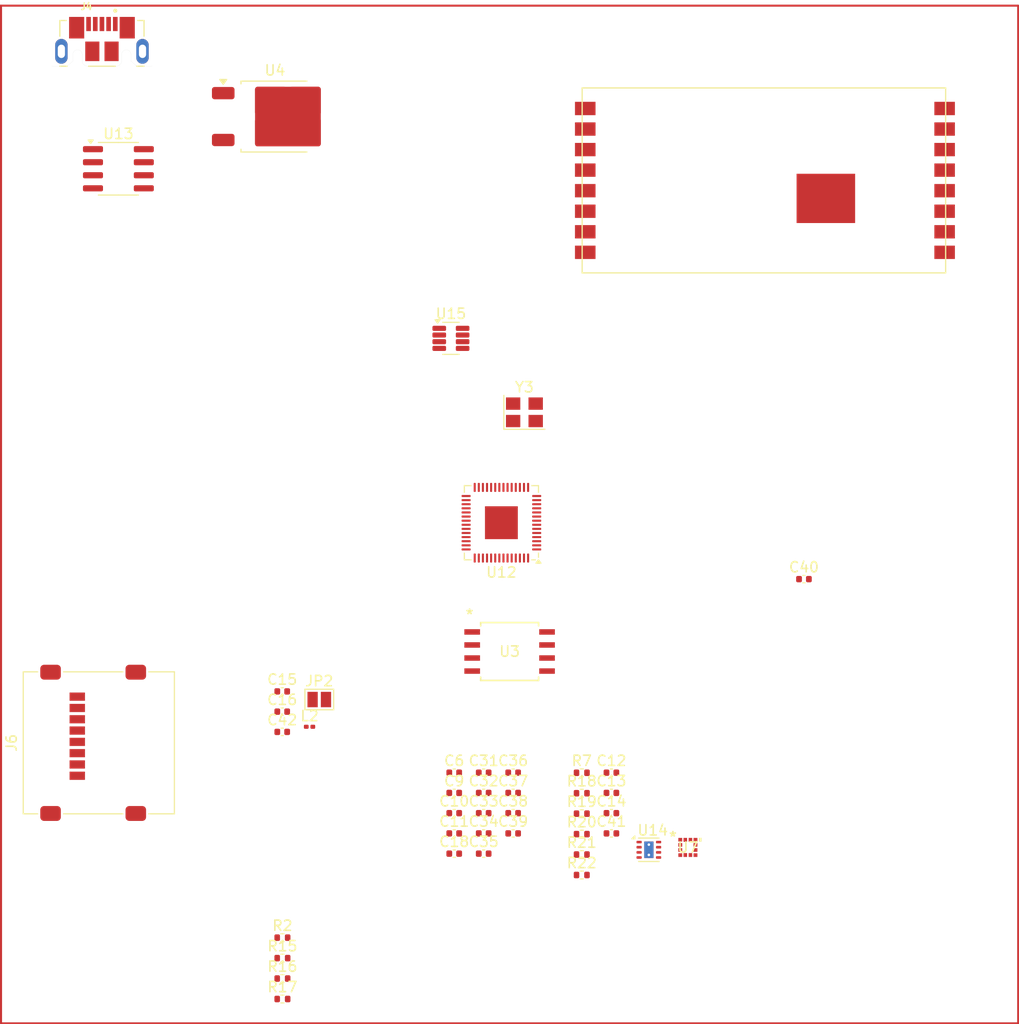
<source format=kicad_pcb>
(kicad_pcb (version 20241229) (generator "pcbnew") (generator_version "9.0")
  (layers (0 "F.Cu" signal) (2 "B.Cu" signal) (13 "F.Paste" user) (15 "B.Paste" user) (5 "F.SilkS" user "F.Silkscreen") (7 "B.SilkS" user "B.Silkscreen") (1 "F.Mask" user) (3 "B.Mask" user) (25 "Edge.Cuts" user))
  (net 0 "")
  (net 1 "Power Monitor Input")
  (net 2 "GND")
  (net 3 "/RP2040 MCU/Crystal In")
  (net 4 "Net-(C10-Pad1)")
  (net 5 "+1V1")
  (net 6 "Net-(U7-C1)")
  (net 7 "Net-(J5-In)")
  (net 8 "Net-(JP2-B)")
  (net 9 "+5V")
  (net 10 "/Power/USB_DM")
  (net 11 "/Power/USB_DP")
  (net 12 "MicroSD CMD")
  (net 13 "MicroSD Clock")
  (net 14 "MicroSD DAT2")
  (net 15 "MicroSD DAT3")
  (net 16 "MicroSD DAT0")
  (net 17 "MicroSD DAT1")
  (net 18 "WDO")
  (net 19 "Power Monitor SDA")
  (net 20 "/RP2040 MCU/Crystal Out")
  (net 21 "/RP2040 MCU/USB_DP")
  (net 22 "Net-(U12-USB_DP)")
  (net 23 "/RP2040 MCU/USB_DM")
  (net 24 "Net-(U12-USB_DM)")
  (net 25 "Power Monitor SCL")
  (net 26 "Temp Alert")
  (net 27 "Net-(U14-A0)")
  (net 28 "/RP2040 MCU/QSPI_SCLK")
  (net 29 "/RP2040 MCU/QSPI_SD0")
  (net 30 "/RP2040 MCU/QSPI_SD1")
  (net 31 "/RP2040 MCU/QSPI_SD2")
  (net 32 "/RP2040 MCU/QSPI_SD3")
  (net 33 "/RP2040 MCU/QSPI_SS")
  (net 35 "IMU SDA{slash}SDI{slash}SCO")
  (net 37 "IMU SCL{slash}SPC")
  (net 41 "SET2")
  (net 42 "SET1")
  (net 43 "RF Reset")
  (net 44 "RF MISO")
  (net 46 "RF DIO4")
  (net 52 "RF SCK")
  (net 53 "SET0")
  (net 54 "RF NSS")
  (net 56 "WDI")
  (net 57 "RF MOSI")
  (footprint "Capacitor_SMD:C_0402_1005Metric" (layer "F.Cu") (at 116.285 108.79)
    (property "Reference" "C42" (at 0 -1.16 0) (layer "F.SilkS"))
    (property "Value" "100n")
    (fp_line (start -0.107836 -0.36) (end 0.107836 -0.36) (stroke (width 0.12)) (layer "F.SilkS"))
    (fp_line (start -0.107836 0.36) (end 0.107836 0.36) (stroke (width 0.12)) (layer "F.SilkS"))
    (pad "1" smd roundrect (at -0.48 0) (size 0.56 0.62) (layers "F.Cu" "F.Mask" "F.Paste") (net 2 "GND"))
    (pad "2" smd roundrect (at 0.48 0) (size 0.56 0.62) (layers "F.Cu" "F.Mask" "F.Paste") (net 9 "+5V"))
  )
  (footprint "Resistor_SMD:R_0402_1005Metric" (layer "F.Cu") (at 116.305 134.79)
    (property "Reference" "R17" (at 0 -1.17 0) (layer "F.SilkS"))
    (property "Value" "27")
    (fp_line (start -0.153641 -0.38) (end 0.153641 -0.38) (stroke (width 0.12)) (layer "F.SilkS"))
    (fp_line (start -0.153641 0.38) (end 0.153641 0.38) (stroke (width 0.12)) (layer "F.SilkS"))
    (pad "1" smd roundrect (at -0.51 0) (size 0.54 0.64) (layers "F.Cu" "F.Mask" "F.Paste") (net 23 "/RP2040 MCU/USB_DM"))
    (pad "2" smd roundrect (at 0.51 0) (size 0.54 0.64) (layers "F.Cu" "F.Mask" "F.Paste") (net 24 "Net-(U12-USB_DM)"))
  )
  (footprint "Resistor_SMD:R_0402_1005Metric" (layer "F.Cu") (at 145.455 122.72)
    (property "Reference" "R22" (at 0 -1.17 0) (layer "F.SilkS"))
    (property "Value" "5k")
    (fp_line (start -0.153641 -0.38) (end 0.153641 -0.38) (stroke (width 0.12)) (layer "F.SilkS"))
    (fp_line (start -0.153641 0.38) (end 0.153641 0.38) (stroke (width 0.12)) (layer "F.SilkS"))
    (pad "1" smd roundrect (at -0.51 0) (size 0.54 0.64) (layers "F.Cu" "F.Mask" "F.Paste") (net 27 "Net-(U14-A0)"))
    (pad "2" smd roundrect (at 0.51 0) (size 0.54 0.64) (layers "F.Cu" "F.Mask" "F.Paste") (net 2 "GND"))
  )
  (footprint "Capacitor_SMD:C_0402_1005Metric" (layer "F.Cu") (at 148.345 116.7)
    (property "Reference" "C14" (at 0 -1.16 0) (layer "F.SilkS"))
    (property "Value" "100nF")
    (fp_line (start -0.107836 -0.36) (end 0.107836 -0.36) (stroke (width 0.12)) (layer "F.SilkS"))
    (fp_line (start -0.107836 0.36) (end 0.107836 0.36) (stroke (width 0.12)) (layer "F.SilkS"))
    (pad "1" smd roundrect (at -0.48 0) (size 0.56 0.62) (layers "F.Cu" "F.Mask" "F.Paste") (net 1 "Power Monitor Input"))
    (pad "2" smd roundrect (at 0.48 0) (size 0.56 0.62) (layers "F.Cu" "F.Mask" "F.Paste") (net 2 "GND"))
  )
  (footprint "Crystal:Crystal_SMD_3225-4Pin_3.2x2.5mm" (layer "F.Cu") (at 139.87 77.685)
    (property "Reference" "Y3" (at 0 -2.45 0) (layer "F.SilkS"))
    (property "Value" "ABM8-272-T3")
    (fp_line (start -2 -1.65) (end -2 1.65) (stroke (width 0.12)) (layer "F.SilkS"))
    (fp_line (start -2 1.65) (end 2 1.65) (stroke (width 0.12)) (layer "F.SilkS"))
    (pad "1" smd rect (at -1.1 0.85) (size 1.4 1.2) (layers "F.Cu" "F.Mask" "F.Paste") (net 3 "/RP2040 MCU/Crystal In"))
    (pad "2" smd rect (at 1.1 0.85) (size 1.4 1.2) (layers "F.Cu" "F.Mask" "F.Paste") (net 2 "GND"))
    (pad "3" smd rect (at 1.1 -0.85) (size 1.4 1.2) (layers "F.Cu" "F.Mask" "F.Paste") (net 4 "Net-(C10-Pad1)"))
    (pad "4" smd rect (at -1.1 -0.85) (size 1.4 1.2) (layers "F.Cu" "F.Mask" "F.Paste") (net 2 "GND"))
  )
  (footprint "Capacitor_SMD:C_0402_1005Metric" (layer "F.Cu") (at 148.345 114.73)
    (property "Reference" "C13" (at 0 -1.16 0) (layer "F.SilkS"))
    (property "Value" "220nF")
    (fp_line (start -0.107836 -0.36) (end 0.107836 -0.36) (stroke (width 0.12)) (layer "F.SilkS"))
    (fp_line (start -0.107836 0.36) (end 0.107836 0.36) (stroke (width 0.12)) (layer "F.SilkS"))
    (pad "1" smd roundrect (at -0.48 0) (size 0.56 0.62) (layers "F.Cu" "F.Mask" "F.Paste") (net 6 "Net-(U7-C1)"))
    (pad "2" smd roundrect (at 0.48 0) (size 0.56 0.62) (layers "F.Cu" "F.Mask" "F.Paste") (net 2 "GND"))
  )
  (footprint "Capacitor_SMD:C_0402_1005Metric" (layer "F.Cu") (at 135.905 120.64)
    (property "Reference" "C35" (at 0 -1.16 0) (layer "F.SilkS"))
    (property "Value" "100n")
    (fp_line (start -0.107836 -0.36) (end 0.107836 -0.36) (stroke (width 0.12)) (layer "F.SilkS"))
    (fp_line (start -0.107836 0.36) (end 0.107836 0.36) (stroke (width 0.12)) (layer "F.SilkS"))
    (pad "1" smd roundrect (at -0.48 0) (size 0.56 0.62) (layers "F.Cu" "F.Mask" "F.Paste") (net 1 "Power Monitor Input"))
    (pad "2" smd roundrect (at 0.48 0) (size 0.56 0.62) (layers "F.Cu" "F.Mask" "F.Paste") (net 2 "GND"))
  )
  (footprint "Resistor_SMD:R_0402_1005Metric" (layer "F.Cu") (at 145.455 118.74)
    (property "Reference" "R20" (at 0 -1.17 0) (layer "F.SilkS"))
    (property "Value" "5k")
    (fp_line (start -0.153641 -0.38) (end 0.153641 -0.38) (stroke (width 0.12)) (layer "F.SilkS"))
    (fp_line (start -0.153641 0.38) (end 0.153641 0.38) (stroke (width 0.12)) (layer "F.SilkS"))
    (pad "1" smd roundrect (at -0.51 0) (size 0.54 0.64) (layers "F.Cu" "F.Mask" "F.Paste") (net 26 "Temp Alert"))
    (pad "2" smd roundrect (at 0.51 0) (size 0.54 0.64) (layers "F.Cu" "F.Mask" "F.Paste") (net 1 "Power Monitor Input"))
  )
  (footprint "Capacitor_SMD:C_0402_1005Metric" (layer "F.Cu") (at 116.285 106.82)
    (property "Reference" "C16" (at 0 -1.16 0) (layer "F.SilkS"))
    (property "Value" "DNP")
    (fp_line (start -0.107836 -0.36) (end 0.107836 -0.36) (stroke (width 0.12)) (layer "F.SilkS"))
    (fp_line (start -0.107836 0.36) (end 0.107836 0.36) (stroke (width 0.12)) (layer "F.SilkS"))
    (pad "1" smd roundrect (at -0.48 0) (size 0.56 0.62) (layers "F.Cu" "F.Mask" "F.Paste") (net 8 "Net-(JP2-B)"))
    (pad "2" smd roundrect (at 0.48 0) (size 0.56 0.62) (layers "F.Cu" "F.Mask" "F.Paste") (net 2 "GND"))
  )
  (footprint "1my_footprints:microUSB" (layer "F.Cu") (at 98.7275 43.995)
    (property "Reference" "J4" (at -1.508428 -5.808067 0) (layer "F.SilkS") (effects (font (size 0.640183 0.640183))))
    (property "Value" "USB_B_Micro")
    (fp_line (start -4.1 -4.45) (end -3.48 -4.45) (stroke (width 0.127)) (layer "F.SilkS"))
    (fp_line (start -4.1 -2.92) (end -4.1 -4.45) (stroke (width 0.127)) (layer "F.SilkS"))
    (fp_line (start -4.1 0) (end -3.4 0) (stroke (width 0.127)) (layer "F.SilkS"))
    (fp_line (start -1.3 0) (end 1.3 0) (stroke (width 0.127)) (layer "F.SilkS"))
    (fp_line (start 3.4 0) (end 4.1 0) (stroke (width 0.127)) (layer "F.SilkS"))
    (fp_line (start 4.1 -4.45) (end 3.48 -4.45) (stroke (width 0.127)) (layer "F.SilkS"))
    (fp_line (start 4.1 -2.92) (end 4.1 -4.45) (stroke (width 0.127)) (layer "F.SilkS"))
    (fp_circle (center 1.3 -5.4) (end 1.4 -5.4) (stroke (width 0.2)) (fill no) (layer "F.SilkS"))
    (fp_line (start -4.9 0) (end -3.4 0) (stroke (width 0.01)) (layer "Edge.Cuts"))
    (fp_line (start -3.4 0) (end -2.825 -0.5) (stroke (width 0.01)) (layer "Edge.Cuts"))
    (fp_line (start -2.825 -1.15) (end -2.825 -0.5) (stroke (width 0.01)) (layer "Edge.Cuts"))
    (fp_line (start -1.925 -1.15) (end -1.925 -0.5) (stroke (width 0.01)) (layer "Edge.Cuts"))
    (fp_line (start 0.00053 0.004943) (end -1.29947 0.004943) (stroke (width 0.01)) (layer "Edge.Cuts"))
    (fp_line (start 0.00053 0.004943) (end 1.3 0) (stroke (width 0.01)) (layer "Edge.Cuts"))
    (fp_line (start 1.925 -1.15) (end 1.925 -0.5) (stroke (width 0.01)) (layer "Edge.Cuts"))
    (fp_line (start 2.825 -1.15) (end 2.825 -0.5) (stroke (width 0.01)) (layer "Edge.Cuts"))
    (fp_line (start 3.4 0) (end 2.825 -0.5) (stroke (width 0.01)) (layer "Edge.Cuts"))
    (fp_line (start 4.9 0) (end 3.4 0) (stroke (width 0.01)) (layer "Edge.Cuts"))
    (fp_arc (start -2.825 -1.15) (mid -2.375 -1.6) (end -1.925 -1.15) (stroke (width 0.01)) (layer "Edge.Cuts"))
    (fp_arc (start -1.29947 0.004943) (mid -1.716881 -0.117891) (end -1.924999 -0.5) (stroke (width 0.01)) (layer "Edge.Cuts"))
    (fp_arc (start 1.925 -1.15) (mid 2.375 -1.6) (end 2.825 -1.15) (stroke (width 0.01)) (layer "Edge.Cuts"))
    (fp_arc (start 1.925529 -0.504943) (mid 1.717412 -0.122833) (end 1.3 0) (stroke (width 0.01)) (layer "Edge.Cuts"))
    (pad "1" smd rect (at 1.3 -4.11 90) (size 1.38 0.45) (layers "F.Cu" "F.Mask" "F.Paste") (net 9 "+5V"))
    (pad "2" smd rect (at 0.65 -4.11 90) (size 1.38 0.45) (layers "F.Cu" "F.Mask" "F.Paste") (net 10 "/Power/USB_DM"))
    (pad "3" smd rect (at 0 -4.11 90) (size 1.38 0.45) (layers "F.Cu" "F.Mask" "F.Paste") (net 11 "/Power/USB_DP"))
    (pad "4" smd rect (at -0.65 -4.11 90) (size 1.38 0.45) (layers "F.Cu" "F.Mask" "F.Paste") (net 2 "GND"))
    (pad "5" smd rect (at -1.3 -4.11 90) (size 1.38 0.45) (layers "F.Cu" "F.Mask" "F.Paste") (net 2 "GND"))
    (pad "SH1" thru_hole oval (at -3.95 -1.45) (size 1.208 2.416) (drill oval 0.7 1.3) (layers "*.Cu" "*.Mask"))
    (pad "SH2" smd rect (at -2.4625 -3.75 90) (size 2.1 1.475) (layers "F.Cu" "F.Mask" "F.Paste"))
    (pad "SH3" smd rect (at -0.9375 -1.45 90) (size 1.9 1.375) (layers "F.Cu" "F.Mask" "F.Paste"))
    (pad "SH4" smd rect (at 0.9375 -1.45 90) (size 1.9 1.375) (layers "F.Cu" "F.Mask" "F.Paste"))
    (pad "SH5" smd rect (at 2.4625 -3.75 90) (size 2.1 1.475) (layers "F.Cu" "F.Mask" "F.Paste"))
    (pad "SH6" thru_hole oval (at 3.95 -1.45) (size 1.208 2.416) (drill oval 0.7 1.3) (layers "*.Cu" "*.Mask"))
  )
  (footprint "Capacitor_SMD:C_0402_1005Metric" (layer "F.Cu") (at 138.775 112.76)
    (property "Reference" "C36" (at 0 -1.16 0) (layer "F.SilkS"))
    (property "Value" "100n")
    (fp_line (start -0.107836 -0.36) (end 0.107836 -0.36) (stroke (width 0.12)) (layer "F.SilkS"))
    (fp_line (start -0.107836 0.36) (end 0.107836 0.36) (stroke (width 0.12)) (layer "F.SilkS"))
    (pad "1" smd roundrect (at -0.48 0) (size 0.56 0.62) (layers "F.Cu" "F.Mask" "F.Paste") (net 1 "Power Monitor Input"))
    (pad "2" smd roundrect (at 0.48 0) (size 0.56 0.62) (layers "F.Cu" "F.Mask" "F.Paste") (net 2 "GND"))
  )
  (footprint "Resistor_SMD:R_0402_1005Metric" (layer "F.Cu") (at 145.455 120.73)
    (property "Reference" "R21" (at 0 -1.17 0) (layer "F.SilkS"))
    (property "Value" "5k")
    (fp_line (start -0.153641 -0.38) (end 0.153641 -0.38) (stroke (width 0.12)) (layer "F.SilkS"))
    (fp_line (start -0.153641 0.38) (end 0.153641 0.38) (stroke (width 0.12)) (layer "F.SilkS"))
    (pad "1" smd roundrect (at -0.51 0) (size 0.54 0.64) (layers "F.Cu" "F.Mask" "F.Paste") (net 26 "Temp Alert"))
    (pad "2" smd roundrect (at 0.51 0) (size 0.54 0.64) (layers "F.Cu" "F.Mask" "F.Paste") (net 1 "Power Monitor Input"))
  )
  (footprint "Capacitor_SMD:C_0402_1005Metric" (layer "F.Cu") (at 167.095 93.92)
    (property "Reference" "C40" (at 0 -1.16 0) (layer "F.SilkS"))
    (property "Value" "10n")
    (fp_line (start -0.107836 -0.36) (end 0.107836 -0.36) (stroke (width 0.12)) (layer "F.SilkS"))
    (fp_line (start -0.107836 0.36) (end 0.107836 0.36) (stroke (width 0.12)) (layer "F.SilkS"))
    (pad "1" smd roundrect (at -0.48 0) (size 0.56 0.62) (layers "F.Cu" "F.Mask" "F.Paste") (net 9 "+5V"))
    (pad "2" smd roundrect (at 0.48 0) (size 0.56 0.62) (layers "F.Cu" "F.Mask" "F.Paste") (net 2 "GND"))
  )
  (footprint "Package_SO:SOIC-8_3.9x4.9mm_P1.27mm" (layer "F.Cu") (at 100.33 53.975)
    (property "Reference" "U13" (at 0 -3.4 0) (layer "F.SilkS"))
    (property "Value" "INA219AxD")
    (fp_line (start 0 -2.56) (end -1.95 -2.56) (stroke (width 0.12)) (layer "F.SilkS"))
    (fp_line (start 0 -2.56) (end 1.95 -2.56) (stroke (width 0.12)) (layer "F.SilkS"))
    (fp_line (start 0 2.56) (end -1.95 2.56) (stroke (width 0.12)) (layer "F.SilkS"))
    (fp_line (start 0 2.56) (end 1.95 2.56) (stroke (width 0.12)) (layer "F.SilkS"))
    (fp_poly (pts (xy -2.7 -2.465) (xy -2.94 -2.795) (xy -2.46 -2.795) (xy -2.7 -2.465)) (stroke (width 0.12)) (fill yes) (layer "F.SilkS"))
    (pad "1" smd roundrect (at -2.475 -1.905) (size 1.95 0.6) (layers "F.Cu" "F.Mask" "F.Paste") (net 25 "Power Monitor SCL"))
    (pad "2" smd roundrect (at -2.475 -0.635) (size 1.95 0.6) (layers "F.Cu" "F.Mask" "F.Paste") (net 19 "Power Monitor SDA"))
    (pad "3" smd roundrect (at -2.475 0.635) (size 1.95 0.6) (layers "F.Cu" "F.Mask" "F.Paste") (net 19 "Power Monitor SDA"))
    (pad "4" smd roundrect (at -2.475 1.905) (size 1.95 0.6) (layers "F.Cu" "F.Mask" "F.Paste") (net 25 "Power Monitor SCL"))
    (pad "5" smd roundrect (at 2.475 1.905) (size 1.95 0.6) (layers "F.Cu" "F.Mask" "F.Paste") (net 1 "Power Monitor Input"))
    (pad "6" smd roundrect (at 2.475 0.635) (size 1.95 0.6) (layers "F.Cu" "F.Mask" "F.Paste") (net 2 "GND"))
    (pad "7" smd roundrect (at 2.475 -0.635) (size 1.95 0.6) (layers "F.Cu" "F.Mask" "F.Paste") (net 2 "GND"))
    (pad "8" smd roundrect (at 2.475 -1.905) (size 1.95 0.6) (layers "F.Cu" "F.Mask" "F.Paste") (net 1 "Power Monitor Input"))
  )
  (footprint "Capacitor_SMD:C_0402_1005Metric" (layer "F.Cu") (at 148.345 118.67)
    (property "Reference" "C41" (at 0 -1.16 0) (layer "F.SilkS"))
    (property "Value" "0.01uF")
    (fp_line (start -0.107836 -0.36) (end 0.107836 -0.36) (stroke (width 0.12)) (layer "F.SilkS"))
    (fp_line (start -0.107836 0.36) (end 0.107836 0.36) (stroke (width 0.12)) (layer "F.SilkS"))
    (pad "1" smd roundrect (at -0.48 0) (size 0.56 0.62) (layers "F.Cu" "F.Mask" "F.Paste") (net 2 "GND"))
    (pad "2" smd roundrect (at 0.48 0) (size 0.56 0.62) (layers "F.Cu" "F.Mask" "F.Paste") (net 1 "Power Monitor Input"))
  )
  (footprint "Package_TO_SOT_SMD:SOT-23-8" (layer "F.Cu") (at 132.715 70.485)
    (property "Reference" "U15" (at 0 -2.4 0) (layer "F.SilkS"))
    (property "Value" "MAX6369")
    (fp_line (start 0 -1.56) (end -0.8 -1.56) (stroke (width 0.12)) (layer "F.SilkS"))
    (fp_line (start 0 -1.56) (end 0.8 -1.56) (stroke (width 0.12)) (layer "F.SilkS"))
    (fp_line (start 0 1.56) (end -0.8 1.56) (stroke (width 0.12)) (layer "F.SilkS"))
    (fp_line (start 0 1.56) (end 0.8 1.56) (stroke (width 0.12)) (layer "F.SilkS"))
    (fp_poly (pts (xy -1.3 -1.485) (xy -1.54 -1.815) (xy -1.06 -1.815) (xy -1.3 -1.485)) (stroke (width 0.12)) (fill yes) (layer "F.SilkS"))
    (pad "1" smd roundrect (at -1.1375 -0.975) (size 1.325 0.5) (layers "F.Cu" "F.Mask" "F.Paste") (net 56 "WDI"))
    (pad "2" smd roundrect (at -1.1375 -0.325) (size 1.325 0.5) (layers "F.Cu" "F.Mask" "F.Paste") (net 2 "GND"))
    (pad "3" smd roundrect (at -1.1375 0.325) (size 1.325 0.5) (layers "F.Cu" "F.Mask" "F.Paste"))
    (pad "4" smd roundrect (at -1.1375 0.975) (size 1.325 0.5) (layers "F.Cu" "F.Mask" "F.Paste") (net 53 "SET0"))
    (pad "5" smd roundrect (at 1.1375 0.975) (size 1.325 0.5) (layers "F.Cu" "F.Mask" "F.Paste") (net 42 "SET1"))
    (pad "6" smd roundrect (at 1.1375 0.325) (size 1.325 0.5) (layers "F.Cu" "F.Mask" "F.Paste") (net 41 "SET2"))
    (pad "7" smd roundrect (at 1.1375 -0.325) (size 1.325 0.5) (layers "F.Cu" "F.Mask" "F.Paste") (net 18 "WDO"))
    (pad "8" smd roundrect (at 1.1375 -0.975) (size 1.325 0.5) (layers "F.Cu" "F.Mask" "F.Paste") (net 1 "Power Monitor Input"))
  )
  (footprint "Capacitor_SMD:C_0402_1005Metric" (layer "F.Cu") (at 138.775 116.7)
    (property "Reference" "C38" (at 0 -1.16 0) (layer "F.SilkS"))
    (property "Value" "100n")
    (fp_line (start -0.107836 -0.36) (end 0.107836 -0.36) (stroke (width 0.12)) (layer "F.SilkS"))
    (fp_line (start -0.107836 0.36) (end 0.107836 0.36) (stroke (width 0.12)) (layer "F.SilkS"))
    (pad "1" smd roundrect (at -0.48 0) (size 0.56 0.62) (layers "F.Cu" "F.Mask" "F.Paste") (net 5 "+1V1"))
    (pad "2" smd roundrect (at 0.48 0) (size 0.56 0.62) (layers "F.Cu" "F.Mask" "F.Paste") (net 2 "GND"))
  )
  (footprint "Capacitor_SMD:C_0402_1005Metric" (layer "F.Cu") (at 133.035 114.73)
    (property "Reference" "C9" (at 0 -1.16 0) (layer "F.SilkS"))
    (property "Value" "15p")
    (fp_line (start -0.107836 -0.36) (end 0.107836 -0.36) (stroke (width 0.12)) (layer "F.SilkS"))
    (fp_line (start -0.107836 0.36) (end 0.107836 0.36) (stroke (width 0.12)) (layer "F.SilkS"))
    (pad "1" smd roundrect (at -0.48 0) (size 0.56 0.62) (layers "F.Cu" "F.Mask" "F.Paste") (net 3 "/RP2040 MCU/Crystal In"))
    (pad "2" smd roundrect (at 0.48 0) (size 0.56 0.62) (layers "F.Cu" "F.Mask" "F.Paste") (net 2 "GND"))
  )
  (footprint "Capacitor_SMD:C_0402_1005Metric" (layer "F.Cu") (at 138.775 118.67)
    (property "Reference" "C39" (at 0 -1.16 0) (layer "F.SilkS"))
    (property "Value" "1u")
    (fp_line (start -0.107836 -0.36) (end 0.107836 -0.36) (stroke (width 0.12)) (layer "F.SilkS"))
    (fp_line (start -0.107836 0.36) (end 0.107836 0.36) (stroke (width 0.12)) (layer "F.SilkS"))
    (pad "1" smd roundrect (at -0.48 0) (size 0.56 0.62) (layers "F.Cu" "F.Mask" "F.Paste") (net 1 "Power Monitor Input"))
    (pad "2" smd roundrect (at 0.48 0) (size 0.56 0.62) (layers "F.Cu" "F.Mask" "F.Paste") (net 2 "GND"))
  )
  (footprint "Package_SON:WSON-8-1EP_2x2mm_P0.5mm_EP0.9x1.6mm_ThermalVias" (layer "F.Cu") (at 151.99 120.265)
    (property "Reference" "U14" (at 0.38 -1.9 0) (layer "F.SilkS"))
    (property "Value" "TMP1075DSG")
    (fp_line (start -1.01 -1.14) (end 0.99 -1.14) (stroke (width 0.12)) (layer "F.SilkS"))
    (fp_line (start -1 1.14) (end 1 1.14) (stroke (width 0.12)) (layer "F.SilkS"))
    (fp_poly (pts (xy -1.37 -1.07) (xy -1.65 -1.07) (xy -1.37 -1.35) (xy -1.37 -1.07)) (stroke (width 0.12)) (fill yes) (layer "F.SilkS"))
    (pad "1" smd roundrect (at -0.95 -0.75) (size 0.5 0.25) (layers "F.Cu" "F.Mask" "F.Paste") (net 26 "Temp Alert"))
    (pad "2" smd roundrect (at -0.95 -0.25) (size 0.5 0.25) (layers "F.Cu" "F.Mask" "F.Paste") (net 26 "Temp Alert"))
    (pad "3" smd roundrect (at -0.95 0.25) (size 0.5 0.25) (layers "F.Cu" "F.Mask" "F.Paste") (net 26 "Temp Alert"))
    (pad "4" smd roundrect (at -0.95 0.75) (size 0.5 0.25) (layers "F.Cu" "F.Mask" "F.Paste") (net 2 "GND"))
    (pad "5" smd roundrect (at 0.95 0.75) (size 0.5 0.25) (layers "F.Cu" "F.Mask" "F.Paste") (net 26 "Temp Alert"))
    (pad "6" smd roundrect (at 0.95 0.25) (size 0.5 0.25) (layers "F.Cu" "F.Mask" "F.Paste") (net 26 "Temp Alert"))
    (pad "7" smd roundrect (at 0.95 -0.25) (size 0.5 0.25) (layers "F.Cu" "F.Mask" "F.Paste") (net 27 "Net-(U14-A0)"))
    (pad "8" smd roundrect (at 0.95 -0.75) (size 0.5 0.25) (layers "F.Cu" "F.Mask" "F.Paste") (net 1 "Power Monitor Input"))
    (pad "9" thru_hole circle (at 0 -0.5) (size 0.6 0.6) (drill 0.25) (property pad_prop_heatsink) (layers "*.Cu") (net 2 "GND"))
    (pad "9" smd rect (at 0 0) (size 0.9 1.6) (layers "F.Cu" "F.Mask") (net 2 "GND"))
    (pad "9" smd rect (at 0 0) (size 0.9 1.6) (layers "B.Cu") (net 2 "GND"))
    (pad "9" thru_hole circle (at 0 0.5) (size 0.6 0.6) (drill 0.25) (property pad_prop_heatsink) (layers "*.Cu") (net 2 "GND"))
  )
  (footprint "Connector_Card:microSD_HC_Molex_47219-2001" (layer "F.Cu") (at 98.425 109.855 90)
    (property "Reference" "J6" (at 0 -8.5 90) (layer "F.SilkS"))
    (property "Value" "Micro_SD_Card")
    (fp_line (start 6.91 -7.36) (end 6.91 -5.96) (stroke (width 0.12)) (layer "F.SilkS"))
    (fp_line (start -6.91 -7.36) (end 6.91 -7.36) (stroke (width 0.12)) (layer "F.SilkS"))
    (fp_line (start -6.91 -7.36) (end -6.91 -5.96) (stroke (width 0.12)) (layer "F.SilkS"))
    (fp_line (start 6.91 -3.44) (end 6.91 2.34) (stroke (width 0.12)) (layer "F.SilkS"))
    (fp_line (start -6.91 2.34) (end -6.91 -3.44) (stroke (width 0.12)) (layer "F.SilkS"))
    (fp_line (start 6.91 4.86) (end 6.91 7.36) (stroke (width 0.12)) (layer "F.SilkS"))
    (fp_line (start -6.91 4.86) (end -6.91 7.36) (stroke (width 0.12)) (layer "F.SilkS"))
    (fp_line (start -6.91 7.36) (end 6.91 7.36) (stroke (width 0.12)) (layer "F.SilkS"))
    (pad "1" smd rect (at -3.205 -2.1 90) (size 0.8 1.5) (layers "F.Cu" "F.Mask" "F.Paste") (net 14 "MicroSD DAT2"))
    (pad "2" smd rect (at -2.105 -2.1 90) (size 0.8 1.5) (layers "F.Cu" "F.Mask" "F.Paste") (net 15 "MicroSD DAT3"))
    (pad "3" smd rect (at -1.005 -2.1 90) (size 0.8 1.5) (layers "F.Cu" "F.Mask" "F.Paste") (net 12 "MicroSD CMD"))
    (pad "4" smd rect (at 0.095 -2.1 90) (size 0.8 1.5) (layers "F.Cu" "F.Mask" "F.Paste") (net 1 "Power Monitor Input"))
    (pad "5" smd rect (at 1.195 -2.1 90) (size 0.8 1.5) (layers "F.Cu" "F.Mask" "F.Paste") (net 13 "MicroSD Clock"))
    (pad "6" smd rect (at 2.295 -2.1 90) (size 0.8 1.5) (layers "F.Cu" "F.Mask" "F.Paste") (net 2 "GND"))
    (pad "7" smd rect (at 3.395 -2.1 90) (size 0.8 1.5) (layers "F.Cu" "F.Mask" "F.Paste") (net 16 "MicroSD DAT0"))
    (pad "8" smd rect (at 4.495 -2.1 90) (size 0.8 1.5) (layers "F.Cu" "F.Mask" "F.Paste") (net 17 "MicroSD DAT1"))
    (pad "9" smd roundrect (at -6.875 -4.7 90) (size 1.45 2) (layers "F.Cu" "F.Mask" "F.Paste") (net 2 "GND"))
    (pad "9" smd roundrect (at -6.875 3.6 90) (size 1.45 2) (layers "F.Cu" "F.Mask" "F.Paste") (net 2 "GND"))
    (pad "9" smd roundrect (at 6.875 -4.7 90) (size 1.45 2) (layers "F.Cu" "F.Mask" "F.Paste") (net 2 "GND"))
    (pad "9" smd roundrect (at 6.875 3.6 90) (size 1.45 2) (layers "F.Cu" "F.Mask" "F.Paste") (net 2 "GND"))
  )
  (footprint "Resistor_SMD:R_0402_1005Metric" (layer "F.Cu") (at 116.305 128.82)
    (property "Reference" "R2" (at 0 -1.17 0) (layer "F.SilkS"))
    (property "Value" "10k")
    (fp_line (start -0.153641 -0.38) (end 0.153641 -0.38) (stroke (width 0.12)) (layer "F.SilkS"))
    (fp_line (start -0.153641 0.38) (end 0.153641 0.38) (stroke (width 0.12)) (layer "F.SilkS"))
    (pad "1" smd roundrect (at -0.51 0) (size 0.54 0.64) (layers "F.Cu" "F.Mask" "F.Paste") (net 1 "Power Monitor Input"))
    (pad "2" smd roundrect (at 0.51 0) (size 0.54 0.64) (layers "F.Cu" "F.Mask" "F.Paste") (net 18 "WDO"))
  )
  (footprint "Capacitor_SMD:C_0402_1005Metric" (layer "F.Cu") (at 116.285 104.85)
    (property "Reference" "C15" (at 0 -1.16 0) (layer "F.SilkS"))
    (property "Value" "DNP")
    (fp_line (start -0.107836 -0.36) (end 0.107836 -0.36) (stroke (width 0.12)) (layer "F.SilkS"))
    (fp_line (start -0.107836 0.36) (end 0.107836 0.36) (stroke (width 0.12)) (layer "F.SilkS"))
    (pad "1" smd roundrect (at -0.48 0) (size 0.56 0.62) (layers "F.Cu" "F.Mask" "F.Paste") (net 7 "Net-(J5-In)"))
    (pad "2" smd roundrect (at 0.48 0) (size 0.56 0.62) (layers "F.Cu" "F.Mask" "F.Paste") (net 2 "GND"))
  )
  (footprint "Capacitor_SMD:C_0402_1005Metric" (layer "F.Cu") (at 135.905 114.73)
    (property "Reference" "C32" (at 0 -1.16 0) (layer "F.SilkS"))
    (property "Value" "100n")
    (fp_line (start -0.107836 -0.36) (end 0.107836 -0.36) (stroke (width 0.12)) (layer "F.SilkS"))
    (fp_line (start -0.107836 0.36) (end 0.107836 0.36) (stroke (width 0.12)) (layer "F.SilkS"))
    (pad "1" smd roundrect (at -0.48 0) (size 0.56 0.62) (layers "F.Cu" "F.Mask" "F.Paste") (net 1 "Power Monitor Input"))
    (pad "2" smd roundrect (at 0.48 0) (size 0.56 0.62) (layers "F.Cu" "F.Mask" "F.Paste") (net 2 "GND"))
  )
  (footprint "Resistor_SMD:R_0402_1005Metric" (layer "F.Cu") (at 145.455 112.77)
    (property "Reference" "R7" (at 0 -1.17 0) (layer "F.SilkS"))
    (property "Value" "10k")
    (fp_line (start -0.153641 -0.38) (end 0.153641 -0.38) (stroke (width 0.12)) (layer "F.SilkS"))
    (fp_line (start -0.153641 0.38) (end 0.153641 0.38) (stroke (width 0.12)) (layer "F.SilkS"))
    (pad "1" smd roundrect (at -0.51 0) (size 0.54 0.64) (layers "F.Cu" "F.Mask" "F.Paste") (net 1 "Power Monitor Input"))
    (pad "2" smd roundrect (at 0.51 0) (size 0.54 0.64) (layers "F.Cu" "F.Mask" "F.Paste") (net 19 "Power Monitor SDA"))
  )
  (footprint "Capacitor_SMD:C_0402_1005Metric" (layer "F.Cu") (at 133.035 116.7)
    (property "Reference" "C10" (at 0 -1.16 0) (layer "F.SilkS"))
    (property "Value" "15p")
    (fp_line (start -0.107836 -0.36) (end 0.107836 -0.36) (stroke (width 0.12)) (layer "F.SilkS"))
    (fp_line (start -0.107836 0.36) (end 0.107836 0.36) (stroke (width 0.12)) (layer "F.SilkS"))
    (pad "1" smd roundrect (at -0.48 0) (size 0.56 0.62) (layers "F.Cu" "F.Mask" "F.Paste") (net 4 "Net-(C10-Pad1)"))
    (pad "2" smd roundrect (at 0.48 0) (size 0.56 0.62) (layers "F.Cu" "F.Mask" "F.Paste") (net 2 "GND"))
  )
  (footprint "Capacitor_SMD:C_0402_1005Metric" (layer "F.Cu") (at 135.905 118.67)
    (property "Reference" "C34" (at 0 -1.16 0) (layer "F.SilkS"))
    (property "Value" "100n")
    (fp_line (start -0.107836 -0.36) (end 0.107836 -0.36) (stroke (width 0.12)) (layer "F.SilkS"))
    (fp_line (start -0.107836 0.36) (end 0.107836 0.36) (stroke (width 0.12)) (layer "F.SilkS"))
    (pad "1" smd roundrect (at -0.48 0) (size 0.56 0.62) (layers "F.Cu" "F.Mask" "F.Paste") (net 1 "Power Monitor Input"))
    (pad "2" smd roundrect (at 0.48 0) (size 0.56 0.62) (layers "F.Cu" "F.Mask" "F.Paste") (net 2 "GND"))
  )
  (footprint "Resistor_SMD:R_0402_1005Metric" (layer "F.Cu") (at 116.305 132.8)
    (property "Reference" "R16" (at 0 -1.17 0) (layer "F.SilkS"))
    (property "Value" "27")
    (fp_line (start -0.153641 -0.38) (end 0.153641 -0.38) (stroke (width 0.12)) (layer "F.SilkS"))
    (fp_line (start -0.153641 0.38) (end 0.153641 0.38) (stroke (width 0.12)) (layer "F.SilkS"))
    (pad "1" smd roundrect (at -0.51 0) (size 0.54 0.64) (layers "F.Cu" "F.Mask" "F.Paste") (net 21 "/RP2040 MCU/USB_DP"))
    (pad "2" smd roundrect (at 0.51 0) (size 0.54 0.64) (layers "F.Cu" "F.Mask" "F.Paste") (net 22 "Net-(U12-USB_DP)"))
  )
  (footprint "1my_footprints:SON_03AGRTR_STM-L" (layer "F.Cu") (at 155.7911 120.0361)
    (property "Reference" "U7" (at 0 0 0) (layer "F.SilkS"))
    (property "Value" "LSM303AGRTR")
    (fp_poly (pts (xy 1.3335 -0.940689) (xy 1.3335 -0.559689) (xy 1.0795 -0.559689) (xy 1.0795 -0.940689)) (fill yes) (layer "F.SilkS"))
    (fp_text user "*" (at -1.4605 -1.000252 0) (layer "F.SilkS"))
    (fp_text user "*" (at -1.4605 -1.000252 0) (layer "F.SilkS"))
    (pad "1" smd rect (at -0.7388 -0.750189 90) (size 0.351536 0.376682) (layers "F.Cu" "F.Mask" "F.Paste") (net 37 "IMU SCL{slash}SPC"))
    (pad "2" smd rect (at -0.7388 -0.250063 90) (size 0.351536 0.376682) (layers "F.Cu" "F.Mask" "F.Paste") (net 1 "Power Monitor Input"))
    (pad "3" smd rect (at -0.7388 0.250063 90) (size 0.351536 0.376682) (layers "F.Cu" "F.Mask" "F.Paste") (net 1 "Power Monitor Input"))
    (pad "4" smd rect (at -0.7388 0.750189 90) (size 0.351536 0.376682) (layers "F.Cu" "F.Mask" "F.Paste") (net 35 "IMU SDA{slash}SDI{slash}SCO"))
    (pad "5" smd rect (at -0.250063 0.7388) (size 0.351536 0.376682) (layers "F.Cu" "F.Mask" "F.Paste") (net 6 "Net-(U7-C1)"))
    (pad "6" smd rect (at 0.250063 0.7388) (size 0.351536 0.376682) (layers "F.Cu" "F.Mask" "F.Paste") (net 2 "GND"))
    (pad "7" smd rect (at 0.7388 0.750189 90) (size 0.351536 0.376682) (layers "F.Cu" "F.Mask" "F.Paste"))
    (pad "8" smd rect (at 0.7388 0.250063 90) (size 0.351536 0.376682) (layers "F.Cu" "F.Mask" "F.Paste") (net 2 "GND"))
    (pad "9" smd rect (at 0.7388 -0.250063 90) (size 0.351536 0.376682) (layers "F.Cu" "F.Mask" "F.Paste") (net 1 "Power Monitor Input"))
    (pad "10" smd rect (at 0.7388 -0.750189 90) (size 0.351536 0.376682) (layers "F.Cu" "F.Mask" "F.Paste") (net 1 "Power Monitor Input"))
    (pad "11" smd rect (at 0.250063 -0.7388) (size 0.351536 0.376682) (layers "F.Cu" "F.Mask" "F.Paste"))
    (pad "12" smd rect (at -0.250063 -0.7388) (size 0.351536 0.376682) (layers "F.Cu" "F.Mask" "F.Paste"))
  )
  (footprint "Capacitor_SMD:C_0402_1005Metric" (layer "F.Cu") (at 133.035 120.64)
    (property "Reference" "C18" (at 0 -1.16 0) (layer "F.SilkS"))
    (property "Value" "100n")
    (fp_line (start -0.107836 -0.36) (end 0.107836 -0.36) (stroke (width 0.12)) (layer "F.SilkS"))
    (fp_line (start -0.107836 0.36) (end 0.107836 0.36) (stroke (width 0.12)) (layer "F.SilkS"))
    (pad "1" smd roundrect (at -0.48 0) (size 0.56 0.62) (layers "F.Cu" "F.Mask" "F.Paste") (net 1 "Power Monitor Input"))
    (pad "2" smd roundrect (at 0.48 0) (size 0.56 0.62) (layers "F.Cu" "F.Mask" "F.Paste") (net 2 "GND"))
  )
  (footprint "Resistor_SMD:R_0402_1005Metric" (layer "F.Cu") (at 116.305 130.81)
    (property "Reference" "R15" (at 0 -1.17 0) (layer "F.SilkS"))
    (property "Value" "1k")
    (fp_line (start -0.153641 -0.38) (end 0.153641 -0.38) (stroke (width 0.12)) (layer "F.SilkS"))
    (fp_line (start -0.153641 0.38) (end 0.153641 0.38) (stroke (width 0.12)) (layer "F.SilkS"))
    (pad "1" smd roundrect (at -0.51 0) (size 0.54 0.64) (layers "F.Cu" "F.Mask" "F.Paste") (net 20 "/RP2040 MCU/Crystal Out"))
    (pad "2" smd roundrect (at 0.51 0) (size 0.54 0.64) (layers "F.Cu" "F.Mask" "F.Paste") (net 4 "Net-(C10-Pad1)"))
  )
  (footprint "Capacitor_SMD:C_0402_1005Metric" (layer "F.Cu") (at 135.905 116.7)
    (property "Reference" "C33" (at 0 -1.16 0) (layer "F.SilkS"))
    (property "Value" "100n")
    (fp_line (start -0.107836 -0.36) (end 0.107836 -0.36) (stroke (width 0.12)) (layer "F.SilkS"))
    (fp_line (start -0.107836 0.36) (end 0.107836 0.36) (stroke (width 0.12)) (layer "F.SilkS"))
    (pad "1" smd roundrect (at -0.48 0) (size 0.56 0.62) (layers "F.Cu" "F.Mask" "F.Paste") (net 1 "Power Monitor Input"))
    (pad "2" smd roundrect (at 0.48 0) (size 0.56 0.62) (layers "F.Cu" "F.Mask" "F.Paste") (net 2 "GND"))
  )
  (footprint "Capacitor_SMD:C_0402_1005Metric" (layer "F.Cu") (at 133.035 112.76)
    (property "Reference" "C6" (at 0 -1.16 0) (layer "F.SilkS"))
    (property "Value" "100n")
    (fp_line (start -0.107836 -0.36) (end 0.107836 -0.36) (stroke (width 0.12)) (layer "F.SilkS"))
    (fp_line (start -0.107836 0.36) (end 0.107836 0.36) (stroke (width 0.12)) (layer "F.SilkS"))
    (pad "1" smd roundrect (at -0.48 0) (size 0.56 0.62) (layers "F.Cu" "F.Mask" "F.Paste") (net 1 "Power Monitor Input"))
    (pad "2" smd roundrect (at 0.48 0) (size 0.56 0.62) (layers "F.Cu" "F.Mask" "F.Paste") (net 2 "GND"))
  )
  (footprint "Capacitor_SMD:C_0402_1005Metric" (layer "F.Cu") (at 133.035 118.67)
    (property "Reference" "C11" (at 0 -1.16 0) (layer "F.SilkS"))
    (property "Value" "1u")
    (fp_line (start -0.107836 -0.36) (end 0.107836 -0.36) (stroke (width 0.12)) (layer "F.SilkS"))
    (fp_line (start -0.107836 0.36) (end 0.107836 0.36) (stroke (width 0.12)) (layer "F.SilkS"))
    (pad "1" smd roundrect (at -0.48 0) (size 0.56 0.62) (layers "F.Cu" "F.Mask" "F.Paste") (net 5 "+1V1"))
    (pad "2" smd roundrect (at 0.48 0) (size 0.56 0.62) (layers "F.Cu" "F.Mask" "F.Paste") (net 2 "GND"))
  )
  (footprint "Package_TO_SOT_SMD:TO-252-2" (layer "F.Cu") (at 115.58 48.895)
    (property "Reference" "U4" (at 0 -4.5 0) (layer "F.SilkS"))
    (property "Value" "BD33FC0FP")
    (fp_line (start -3.31 -3.45) (end -3.31 -3.18) (stroke (width 0.12)) (layer "F.SilkS"))
    (fp_line (start -3.31 3.45) (end -3.31 3.18) (stroke (width 0.12)) (layer "F.SilkS"))
    (fp_line (start 3.11 -3.45) (end -3.31 -3.45) (stroke (width 0.12)) (layer "F.SilkS"))
    (fp_line (start 3.11 3.45) (end -3.31 3.45) (stroke (width 0.12)) (layer "F.SilkS"))
    (fp_poly (pts (xy -5.04 -3.14) (xy -5.38 -3.61) (xy -4.7 -3.61) (xy -5.04 -3.14)) (stroke (width 0.12)) (fill yes) (layer "F.SilkS"))
    (pad "1" smd roundrect (at -5.04 -2.28) (size 2.2 1.2) (layers "F.Cu" "F.Mask" "F.Paste") (roundrect_rratio 0.208333) (net 9 "+5V"))
    (pad "2" smd roundrect (at -0.415 -1.525) (size 3.05 2.75) (layers "F.Cu" "F.Paste") (roundrect_rratio 0.090909) (net 2 "GND"))
    (pad "2" smd roundrect (at -0.415 1.525) (size 3.05 2.75) (layers "F.Cu" "F.Paste") (roundrect_rratio 0.090909) (net 2 "GND"))
    (pad "2" smd roundrect (at 1.26 0) (size 6.4 5.8) (layers "F.Cu" "F.Mask") (roundrect_rratio 0.043103) (net 2 "GND"))
    (pad "2" smd roundrect (at 2.935 -1.525) (size 3.05 2.75) (layers "F.Cu" "F.Paste") (roundrect_rratio 0.090909) (net 2 "GND"))
    (pad "2" smd roundrect (at 2.935 1.525) (size 3.05 2.75) (layers "F.Cu" "F.Paste") (roundrect_rratio 0.090909) (net 2 "GND"))
    (pad "3" smd roundrect (at -5.04 2.28) (size 2.2 1.2) (layers "F.Cu" "F.Mask" "F.Paste") (roundrect_rratio 0.208333) (net 1 "Power Monitor Input"))
  )
  (footprint "Capacitor_SMD:C_0402_1005Metric" (layer "F.Cu") (at 135.905 112.76)
    (property "Reference" "C31" (at 0 -1.16 0) (layer "F.SilkS"))
    (property "Value" "100n")
    (fp_line (start -0.107836 -0.36) (end 0.107836 -0.36) (stroke (width 0.12)) (layer "F.SilkS"))
    (fp_line (start -0.107836 0.36) (end 0.107836 0.36) (stroke (width 0.12)) (layer "F.SilkS"))
    (pad "1" smd roundrect (at -0.48 0) (size 0.56 0.62) (layers "F.Cu" "F.Mask" "F.Paste") (net 1 "Power Monitor Input"))
    (pad "2" smd roundrect (at 0.48 0) (size 0.56 0.62) (layers "F.Cu" "F.Mask" "F.Paste") (net 2 "GND"))
  )
  (footprint "1my_footprints:SOIC_208MIL_WIN" (layer "F.Cu") (at 138.43 100.965)
    (property "Reference" "U3" (at 0 0 0) (layer "F.SilkS"))
    (property "Value" "W25Q128JVS")
    (fp_line (start -2.8194 -2.8194) (end -2.8194 -2.498325) (stroke (width 0.1524)) (layer "F.SilkS"))
    (fp_line (start -2.8194 2.498325) (end -2.8194 2.8194) (stroke (width 0.1524)) (layer "F.SilkS"))
    (fp_line (start -2.8194 2.8194) (end 2.8194 2.8194) (stroke (width 0.1524)) (layer "F.SilkS"))
    (fp_line (start 2.8194 -2.8194) (end -2.8194 -2.8194) (stroke (width 0.1524)) (layer "F.SilkS"))
    (fp_line (start 2.8194 -2.498325) (end 2.8194 -2.8194) (stroke (width 0.1524)) (layer "F.SilkS"))
    (fp_line (start 2.8194 2.8194) (end 2.8194 2.498325) (stroke (width 0.1524)) (layer "F.SilkS"))
    (fp_text user "*" (at -3.8989 -3.5814 0) (layer "F.SilkS"))
    (fp_text user "*" (at -3.8989 -3.5814 0) (layer "F.SilkS"))
    (pad "1" smd rect (at -3.6449 -1.905) (size 1.524 0.5334) (layers "F.Cu" "F.Mask" "F.Paste") (net 33 "/RP2040 MCU/QSPI_SS"))
    (pad "2" smd rect (at -3.6449 -0.635) (size 1.524 0.5334) (layers "F.Cu" "F.Mask" "F.Paste") (net 30 "/RP2040 MCU/QSPI_SD1"))
    (pad "3" smd rect (at -3.6449 0.635) (size 1.524 0.5334) (layers "F.Cu" "F.Mask" "F.Paste") (net 31 "/RP2040 MCU/QSPI_SD2"))
    (pad "4" smd rect (at -3.6449 1.905) (size 1.524 0.5334) (layers "F.Cu" "F.Mask" "F.Paste") (net 2 "GND"))
    (pad "5" smd rect (at 3.6449 1.905) (size 1.524 0.5334) (layers "F.Cu" "F.Mask" "F.Paste") (net 29 "/RP2040 MCU/QSPI_SD0"))
    (pad "6" smd rect (at 3.6449 0.635) (size 1.524 0.5334) (layers "F.Cu" "F.Mask" "F.Paste") (net 28 "/RP2040 MCU/QSPI_SCLK"))
    (pad "7" smd rect (at 3.6449 -0.635) (size 1.524 0.5334) (layers "F.Cu" "F.Mask" "F.Paste") (net 32 "/RP2040 MCU/QSPI_SD3"))
    (pad "8" smd rect (at 3.6449 -1.905) (size 1.524 0.5334) (layers "F.Cu" "F.Mask" "F.Paste") (net 1 "Power Monitor Input"))
  )
  (footprint "Inductor_SMD:L_0201_0603Metric" (layer "F.Cu") (at 118.945 108.29)
    (property "Reference" "L2" (at 0 -1.05 0) (layer "F.SilkS"))
    (property "Value" "DNP")
    (pad "1" smd roundrect (at -0.32 0) (size 0.46 0.4) (layers "F.Cu" "F.Mask") (net 7 "Net-(J5-In)"))
    (pad "2" smd roundrect (at 0.32 0) (size 0.46 0.4) (layers "F.Cu" "F.Mask") (net 8 "Net-(JP2-B)"))
  )
  (footprint "Jumper:SolderJumper-2_P1.3mm_Open_Pad1.0x1.5mm" (layer "F.Cu") (at 119.895 105.64)
    (property "Reference" "JP2" (at 0 -1.8 0) (layer "F.SilkS"))
    (property "Value" "SolderJumper_2_Open")
    (fp_line (start -1.4 -1) (end 1.4 -1) (stroke (width 0.12)) (layer "F.SilkS"))
    (fp_line (start -1.4 1) (end -1.4 -1) (stroke (width 0.12)) (layer "F.SilkS"))
    (fp_line (start 1.4 -1) (end 1.4 1) (stroke (width 0.12)) (layer "F.SilkS"))
    (fp_line (start 1.4 1) (end -1.4 1) (stroke (width 0.12)) (layer "F.SilkS"))
    (pad "1" smd rect (at -0.65 0) (size 1 1.5) (layers "F.Cu" "F.Mask") (net 7 "Net-(J5-In)"))
    (pad "2" smd rect (at 0.65 0) (size 1 1.5) (layers "F.Cu" "F.Mask") (net 8 "Net-(JP2-B)"))
  )
  (footprint "1my_footprints:RFM98PW" (layer "F.Cu") (at 163.195 54.61)
    (property "Reference" "U16" (hide yes))
    (property "Value" "RFM98PW" (hide yes))
    (fp_line (start -17.7 -8.5) (end 17.7 -8.5) (stroke (width 0.127)) (layer "F.SilkS"))
    (fp_line (start -17.7 9.5) (end -17.7 -8.5) (stroke (width 0.127)) (layer "F.SilkS"))
    (fp_line (start -17.7 9.5) (end 17.7 9.5) (stroke (width 0.127)) (layer "F.SilkS"))
    (fp_line (start 17.7 9.5) (end 17.7 -8.5) (stroke (width 0.127)) (layer "F.SilkS"))
    (pad "1" smd rect (at 17.6 7.5) (size 2 1.3) (layers "F.Cu" "F.Mask" "F.Paste") (net 8 "Net-(JP2-B)"))
    (pad "2" smd rect (at 17.6 5.5) (size 2 1.3) (layers "F.Cu" "F.Mask" "F.Paste") (net 2 "GND"))
    (pad "3" smd rect (at 17.6 3.5) (size 2 1.3) (layers "F.Cu" "F.Mask" "F.Paste"))
    (pad "4" smd rect (at 17.6 1.5) (size 2 1.3) (layers "F.Cu" "F.Mask" "F.Paste") (net 46 "RF DIO4"))
    (pad "5" smd rect (at 17.6 -0.5) (size 2 1.3) (layers "F.Cu" "F.Mask" "F.Paste") (net 9 "+5V"))
    (pad "6" smd rect (at 17.6 -2.5) (size 2 1.3) (layers "F.Cu" "F.Mask" "F.Paste"))
    (pad "7" smd rect (at 17.6 -4.5) (size 2 1.3) (layers "F.Cu" "F.Mask" "F.Paste"))
    (pad "8" smd rect (at 17.6 -6.5) (size 2 1.3) (layers "F.Cu" "F.Mask" "F.Paste"))
    (pad "9" smd rect (at -17.4 -6.5) (size 2 1.3) (layers "F.Cu" "F.Mask" "F.Paste") (net 1 "Power Monitor Input"))
    (pad "10" smd rect (at -17.4 -4.5) (size 2 1.3) (layers "F.Cu" "F.Mask" "F.Paste") (net 44 "RF MISO"))
    (pad "11" smd rect (at -17.4 -2.5) (size 2 1.3) (layers "F.Cu" "F.Mask" "F.Paste") (net 57 "RF MOSI"))
    (pad "12" smd rect (at -17.4 -0.5) (size 2 1.3) (layers "F.Cu" "F.Mask" "F.Paste") (net 52 "RF SCK"))
    (pad "13" smd rect (at -17.4 1.5) (size 2 1.3) (layers "F.Cu" "F.Mask" "F.Paste") (net 54 "RF NSS"))
    (pad "14" smd rect (at -17.4 3.5) (size 2 1.3) (layers "F.Cu" "F.Mask" "F.Paste") (net 43 "RF Reset"))
    (pad "15" smd rect (at -17.4 5.5) (size 2 1.3) (layers "F.Cu" "F.Mask" "F.Paste"))
    (pad "16" smd rect (at -17.4 7.5) (size 2 1.3) (layers "F.Cu" "F.Mask" "F.Paste") (net 2 "GND"))
    (pad "17" smd rect (at 6.0325 2.25) (size 5.699999 4.800001) (layers "F.Cu" "F.Mask") (net 2 "GND"))
  )
  (footprint "Resistor_SMD:R_0402_1005Metric" (layer "F.Cu") (at 145.455 116.75)
    (property "Reference" "R19" (at 0 -1.17 0) (layer "F.SilkS"))
    (property "Value" "5k")
    (fp_line (start -0.153641 -0.38) (end 0.153641 -0.38) (stroke (width 0.12)) (layer "F.SilkS"))
    (fp_line (start -0.153641 0.38) (end 0.153641 0.38) (stroke (width 0.12)) (layer "F.SilkS"))
    (pad "1" smd roundrect (at -0.51 0) (size 0.54 0.64) (layers "F.Cu" "F.Mask" "F.Paste") (net 26 "Temp Alert"))
    (pad "2" smd roundrect (at 0.51 0) (size 0.54 0.64) (layers "F.Cu" "F.Mask" "F.Paste") (net 1 "Power Monitor Input"))
  )
  (footprint "Resistor_SMD:R_0402_1005Metric" (layer "F.Cu") (at 145.455 114.76)
    (property "Reference" "R18" (at 0 -1.17 0) (layer "F.SilkS"))
    (property "Value" "10k")
    (fp_line (start -0.153641 -0.38) (end 0.153641 -0.38) (stroke (width 0.12)) (layer "F.SilkS"))
    (fp_line (start -0.153641 0.38) (end 0.153641 0.38) (stroke (width 0.12)) (layer "F.SilkS"))
    (pad "1" smd roundrect (at -0.51 0) (size 0.54 0.64) (layers "F.Cu" "F.Mask" "F.Paste") (net 1 "Power Monitor Input"))
    (pad "2" smd roundrect (at 0.51 0) (size 0.54 0.64) (layers "F.Cu" "F.Mask" "F.Paste") (net 25 "Power Monitor SCL"))
  )
  (footprint "Capacitor_SMD:C_0402_1005Metric" (layer "F.Cu") (at 148.345 112.76)
    (property "Reference" "C12" (at 0 -1.16 0) (layer "F.SilkS"))
    (property "Value" "100nF")
    (fp_line (start -0.107836 -0.36) (end 0.107836 -0.36) (stroke (width 0.12)) (layer "F.SilkS"))
    (fp_line (start -0.107836 0.36) (end 0.107836 0.36) (stroke (width 0.12)) (layer "F.SilkS"))
    (pad "1" smd roundrect (at -0.48 0) (size 0.56 0.62) (layers "F.Cu" "F.Mask" "F.Paste") (net 1 "Power Monitor Input"))
    (pad "2" smd roundrect (at 0.48 0) (size 0.56 0.62) (layers "F.Cu" "F.Mask" "F.Paste") (net 2 "GND"))
  )
  (footprint "Package_DFN_QFN:QFN-56-1EP_7x7mm_P0.4mm_EP3.2x3.2mm" (layer "F.Cu") (at 137.63 88.43 180)
    (property "Reference" "U12" (at 0 -4.83 0) (layer "F.SilkS"))
    (property "Value" "RP2040")
    (fp_line (start 3.61 3.61) (end 3.61 2.96) (stroke (width 0.12)) (layer "F.SilkS"))
    (fp_line (start 3.61 -3.61) (end 3.61 -2.96) (stroke (width 0.12)) (layer "F.SilkS"))
    (fp_line (start 2.96 3.61) (end 3.61 3.61) (stroke (width 0.12)) (layer "F.SilkS"))
    (fp_line (start 2.96 -3.61) (end 3.61 -3.61) (stroke (width 0.12)) (layer "F.SilkS"))
    (fp_line (start -2.96 3.61) (end -3.61 3.61) (stroke (width 0.12)) (layer "F.SilkS"))
    (fp_line (start -2.96 -3.61) (end -3.31 -3.61) (stroke (width 0.12)) (layer "F.SilkS"))
    (fp_line (start -3.61 3.61) (end -3.61 2.96) (stroke (width 0.12)) (layer "F.SilkS"))
    (fp_line (start -3.61 -2.96) (end -3.61 -3.37) (stroke (width 0.12)) (layer "F.SilkS"))
    (fp_poly (pts (xy -3.61 -3.61) (xy -3.85 -3.94) (xy -3.37 -3.94) (xy -3.61 -3.61)) (stroke (width 0.12)) (fill yes) (layer "F.SilkS"))
    (pad "1" smd roundrect (at -3.4375 -2.6 180) (size 0.875 0.2) (layers "F.Cu" "F.Mask" "F.Paste") (net 1 "Power Monitor Input"))
    (pad "2" smd roundrect (at -3.4375 -2.2 180) (size 0.875 0.2) (layers "F.Cu" "F.Mask" "F.Paste") (net 12 "MicroSD CMD"))
    (pad "3" smd roundrect (at -3.4375 -1.8 180) (size 0.875 0.2) (layers "F.Cu" "F.Mask" "F.Paste") (net 16 "MicroSD DAT0"))
    (pad "4" smd roundrect (at -3.4375 -1.4 180) (size 0.875 0.2) (layers "F.Cu" "F.Mask" "F.Paste") (net 17 "MicroSD DAT1"))
    (pad "5" smd roundrect (at -3.4375 -1 180) (size 0.875 0.2) (layers "F.Cu" "F.Mask" "F.Paste") (net 14 "MicroSD DAT2"))
    (pad "6" smd roundrect (at -3.4375 -0.6 180) (size 0.875 0.2) (layers "F.Cu" "F.Mask" "F.Paste") (net 15 "MicroSD DAT3"))
    (pad "7" smd roundrect (at -3.4375 -0.2 180) (size 0.875 0.2) (layers "F.Cu" "F.Mask" "F.Paste") (net 13 "MicroSD Clock"))
    (pad "8" smd roundrect (at -3.4375 0.2 180) (size 0.875 0.2) (layers "F.Cu" "F.Mask" "F.Paste") (net 19 "Power Monitor SDA"))
    (pad "9" smd roundrect (at -3.4375 0.6 180) (size 0.875 0.2) (layers "F.Cu" "F.Mask" "F.Paste") (net 25 "Power Monitor SCL"))
    (pad "10" smd roundrect (at -3.4375 1 180) (size 0.875 0.2) (layers "F.Cu" "F.Mask" "F.Paste") (net 1 "Power Monitor Input"))
    (pad "11" smd roundrect (at -3.4375 1.4 180) (size 0.875 0.2) (layers "F.Cu" "F.Mask" "F.Paste") (net 46 "RF DIO4"))
    (pad "12" smd roundrect (at -3.4375 1.8 180) (size 0.875 0.2) (layers "F.Cu" "F.Mask" "F.Paste") (net 44 "RF MISO"))
    (pad "13" smd roundrect (at -3.4375 2.2 180) (size 0.875 0.2) (layers "F.Cu" "F.Mask" "F.Paste") (net 57 "RF MOSI"))
    (pad "14" smd roundrect (at -3.4375 2.6 180) (size 0.875 0.2) (layers "F.Cu" "F.Mask" "F.Paste") (net 52 "RF SCK"))
    (pad "15" smd roundrect (at -2.6 3.4375 180) (size 0.2 0.875) (layers "F.Cu" "F.Mask" "F.Paste") (net 54 "RF NSS"))
    (pad "16" smd roundrect (at -2.2 3.4375 180) (size 0.2 0.875) (layers "F.Cu" "F.Mask" "F.Paste") (net 43 "RF Reset"))
    (pad "17" smd roundrect (at -1.8 3.4375 180) (size 0.2 0.875) (layers "F.Cu" "F.Mask" "F.Paste") (net 41 "SET2"))
    (pad "18" smd roundrect (at -1.4 3.4375 180) (size 0.2 0.875) (layers "F.Cu" "F.Mask" "F.Paste") (net 42 "SET1"))
    (pad "19" smd roundrect (at -1 3.4375 180) (size 0.2 0.875) (layers "F.Cu" "F.Mask" "F.Paste") (net 2 "GND"))
    (pad "20" smd roundrect (at -0.6 3.4375 180) (size 0.2 0.875) (layers "F.Cu" "F.Mask" "F.Paste") (net 3 "/RP2040 MCU/Crystal In"))
    (pad "21" smd roundrect (at -0.2 3.4375 180) (size 0.2 0.875) (layers "F.Cu" "F.Mask" "F.Paste") (net 20 "/RP2040 MCU/Crystal Out"))
    (pad "22" smd roundrect (at 0.2 3.4375 180) (size 0.2 0.875) (layers "F.Cu" "F.Mask" "F.Paste") (net 1 "Power Monitor Input"))
    (pad "23" smd roundrect (at 0.6 3.4375 180) (size 0.2 0.875) (layers "F.Cu" "F.Mask" "F.Paste") (net 5 "+1V1"))
    (pad "24" smd roundrect (at 1 3.4375 180) (size 0.2 0.875) (layers "F.Cu" "F.Mask" "F.Paste"))
    (pad "25" smd roundrect (at 1.4 3.4375 180) (size 0.2 0.875) (layers "F.Cu" "F.Mask" "F.Paste"))
    (pad "26" smd roundrect (at 1.8 3.4375 180) (size 0.2 0.875) (layers "F.Cu" "F.Mask" "F.Paste") (net 2 "GND"))
    (pad "27" smd roundrect (at 2.2 3.4375 180) (size 0.2 0.875) (layers "F.Cu" "F.Mask" "F.Paste") (net 53 "SET0"))
    (pad "28" smd roundrect (at 2.6 3.4375 180) (size 0.2 0.875) (layers "F.Cu" "F.Mask" "F.Paste") (net 56 "WDI"))
    (pad "29" smd roundrect (at 3.4375 2.6 180) (size 0.875 0.2) (layers "F.Cu" "F.Mask" "F.Paste") (net 35 "IMU SDA{slash}SDI{slash}SCO"))
    (pad "30" smd roundrect (at 3.4375 2.2 180) (size 0.875 0.2) (layers "F.Cu" "F.Mask" "F.Paste") (net 37 "IMU SCL{slash}SPC"))
    (pad "31" smd roundrect (at 3.4375 1.8 180) (size 0.875 0.2) (layers "F.Cu" "F.Mask" "F.Paste") (net 26 "Temp Alert"))
    (pad "32" smd roundrect (at 3.4375 1.4 180) (size 0.875 0.2) (layers "F.Cu" "F.Mask" "F.Paste") (net 26 "Temp Alert"))
    (pad "33" smd roundrect (at 3.4375 1 180) (size 0.875 0.2) (layers "F.Cu" "F.Mask" "F.Paste") (net 1 "Power Monitor Input"))
    (pad "34" smd roundrect (at 3.4375 0.6 180) (size 0.875 0.2) (layers "F.Cu" "F.Mask" "F.Paste") (net 26 "Temp Alert"))
    (pad "35" smd roundrect (at 3.4375 0.2 180) (size 0.875 0.2) (layers "F.Cu" "F.Mask" "F.Paste"))
    (pad "36" smd roundrect (at 3.4375 -0.2 180) (size 0.875 0.2) (layers "F.Cu" "F.Mask" "F.Paste"))
    (pad "37" smd roundrect (at 3.4375 -0.6 180) (size 0.875 0.2) (layers "F.Cu" "F.Mask" "F.Paste"))
    (pad "38" smd roundrect (at 3.4375 -1 180) (size 0.875 0.2) (layers "F.Cu" "F.Mask" "F.Paste"))
    (pad "39" smd roundrect (at 3.4375 -1.4 180) (size 0.875 0.2) (layers "F.Cu" "F.Mask" "F.Paste"))
    (pad "40" smd roundrect (at 3.4375 -1.8 180) (size 0.875 0.2) (layers "F.Cu" "F.Mask" "F.Paste"))
    (pad "41" smd roundrect (at 3.4375 -2.2 180) (size 0.875 0.2) (layers "F.Cu" "F.Mask" "F.Paste"))
    (pad "42" smd roundrect (at 3.4375 -2.6 180) (size 0.875 0.2) (layers "F.Cu" "F.Mask" "F.Paste") (net 1 "Power Monitor Input"))
    (pad "43" smd roundrect (at 2.6 -3.4375 180) (size 0.2 0.875) (layers "F.Cu" "F.Mask" "F.Paste") (net 1 "Power Monitor Input"))
    (pad "44" smd roundrect (at 2.2 -3.4375 180) (size 0.2 0.875) (layers "F.Cu" "F.Mask" "F.Paste") (net 1 "Power Monitor Input"))
    (pad "45" smd roundrect (at 1.8 -3.4375 180) (size 0.2 0.875) (layers "F.Cu" "F.Mask" "F.Paste") (net 5 "+1V1"))
    (pad "46" smd roundrect (at 1.4 -3.4375 180) (size 0.2 0.875) (layers "F.Cu" "F.Mask" "F.Paste") (net 24 "Net-(U12-USB_DM)"))
    (pad "47" smd roundrect (at 1 -3.4375 180) (size 0.2 0.875) (layers "F.Cu" "F.Mask" "F.Paste") (net 22 "Net-(U12-USB_DP)"))
    (pad "48" smd roundrect (at 0.6 -3.4375 180) (size 0.2 0.875) (layers "F.Cu" "F.Mask" "F.Paste") (net 1 "Power Monitor Input"))
    (pad "49" smd roundrect (at 0.2 -3.4375 180) (size 0.2 0.875) (layers "F.Cu" "F.Mask" "F.Paste") (net 1 "Power Monitor Input"))
    (pad "50" smd roundrect (at -0.2 -3.4375 180) (size 0.2 0.875) (layers "F.Cu" "F.Mask" "F.Paste") (net 5 "+1V1"))
    (pad "51" smd roundrect (at -0.6 -3.4375 180) (size 0.2 0.875) (layers "F.Cu" "F.Mask" "F.Paste") (net 32 "/RP2040 MCU/QSPI_SD3"))
    (pad "52" smd roundrect (at -1 -3.4375 180) (size 0.2 0.875) (layers "F.Cu" "F.Mask" "F.Paste") (net 28 "/RP2040 MCU/QSPI_SCLK"))
    (pad "53" smd roundrect (at -1.4 -3.4375 180) (size 0.2 0.875) (layers "F.Cu" "F.Mask" "F.Paste") (net 29 "/RP2040 MCU/QSPI_SD0"))
    (pad "54" smd roundrect (at -1.8 -3.4375 180) (size 0.2 0.875) (layers "F.Cu" "F.Mask" "F.Paste") (net 31 "/RP2040 MCU/QSPI_SD2"))
    (pad "55" smd roundrect (at -2.2 -3.4375 180) (size 0.2 0.875) (layers "F.Cu" "F.Mask" "F.Paste") (net 30 "/RP2040 MCU/QSPI_SD1"))
    (pad "56" smd roundrect (at -2.6 -3.4375 180) (size 0.2 0.875) (layers "F.Cu" "F.Mask" "F.Paste") (net 33 "/RP2040 MCU/QSPI_SS"))
    (pad "57" smd rect (at 0 0 180) (size 3.2 3.2) (property pad_prop_heatsink) (layers "F.Cu" "F.Mask") (net 2 "GND"))
  )
  (footprint "Capacitor_SMD:C_0402_1005Metric" (layer "F.Cu") (at 138.775 114.73)
    (property "Reference" "C37" (at 0 -1.16 0) (layer "F.SilkS"))
    (property "Value" "100n")
    (fp_line (start -0.107836 -0.36) (end 0.107836 -0.36) (stroke (width 0.12)) (layer "F.SilkS"))
    (fp_line (start -0.107836 0.36) (end 0.107836 0.36) (stroke (width 0.12)) (layer "F.SilkS"))
    (pad "1" smd roundrect (at -0.48 0) (size 0.56 0.62) (layers "F.Cu" "F.Mask" "F.Paste") (net 5 "+1V1"))
    (pad "2" smd roundrect (at 0.48 0) (size 0.56 0.62) (layers "F.Cu" "F.Mask" "F.Paste") (net 2 "GND"))
  )
  (gr_rect (start 88.9 38.1) (end 187.96 137.16) (stroke (width 0.2)) (fill no) (layer "F.Cu"))
)
</source>
